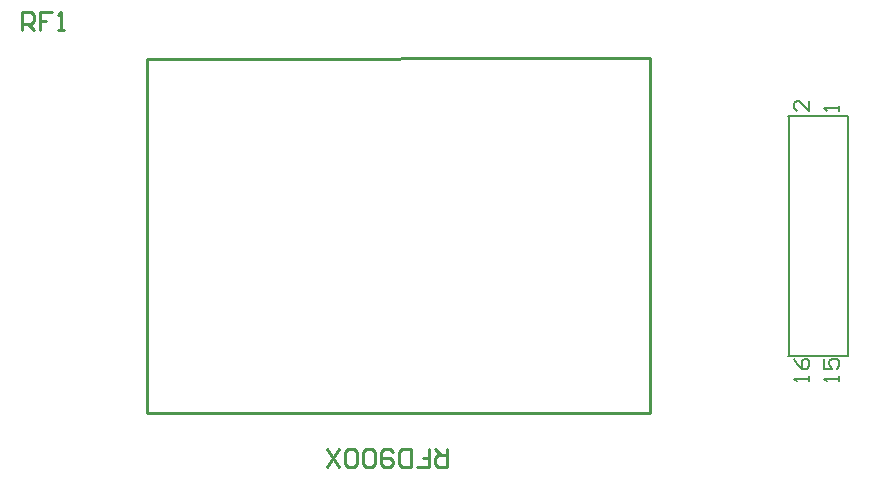
<source format=gto>
G04*
G04 #@! TF.GenerationSoftware,Altium Limited,Altium Designer,18.1.6 (161)*
G04*
G04 Layer_Color=65535*
%FSLAX25Y25*%
%MOIN*%
G70*
G01*
G75*
%ADD10C,0.01000*%
%ADD11C,0.00787*%
%ADD12C,0.00800*%
D10*
X2876Y52115D02*
X170374Y52294D01*
X2876Y-66084D02*
X170376D01*
Y52110D01*
X2876Y-66084D02*
Y52115D01*
X-38719Y61558D02*
Y67556D01*
X-35720D01*
X-34720Y66556D01*
Y64557D01*
X-35720Y63557D01*
X-38719D01*
X-36720D02*
X-34720Y61558D01*
X-28722Y67556D02*
X-32721D01*
Y64557D01*
X-30721D01*
X-32721D01*
Y61558D01*
X-26723D02*
X-24723D01*
X-25723D01*
Y67556D01*
X-26723Y66556D01*
X103004Y-78028D02*
Y-84026D01*
X100005D01*
X99005Y-83026D01*
Y-81027D01*
X100005Y-80027D01*
X103004D01*
X101005D02*
X99005Y-78028D01*
X93007Y-84026D02*
X97006D01*
Y-81027D01*
X95007D01*
X97006D01*
Y-78028D01*
X91008Y-84026D02*
Y-78028D01*
X88009D01*
X87009Y-79027D01*
Y-83026D01*
X88009Y-84026D01*
X91008D01*
X85010Y-79027D02*
X84010Y-78028D01*
X82011D01*
X81011Y-79027D01*
Y-83026D01*
X82011Y-84026D01*
X84010D01*
X85010Y-83026D01*
Y-82026D01*
X84010Y-81027D01*
X81011D01*
X79012Y-83026D02*
X78012Y-84026D01*
X76013D01*
X75013Y-83026D01*
Y-79027D01*
X76013Y-78028D01*
X78012D01*
X79012Y-79027D01*
Y-83026D01*
X73014D02*
X72014Y-84026D01*
X70015D01*
X69015Y-83026D01*
Y-79027D01*
X70015Y-78028D01*
X72014D01*
X73014Y-79027D01*
Y-83026D01*
X67016Y-84026D02*
X63017Y-78028D01*
Y-84026D02*
X67016Y-78028D01*
D11*
X216701Y-46947D02*
X236701D01*
X216701Y33053D02*
X236701D01*
Y-46947D02*
Y33053D01*
X216776Y-46947D02*
Y33053D01*
D12*
X233701Y34720D02*
Y36387D01*
Y35554D01*
X228702D01*
X229536Y34720D01*
X223701Y38053D02*
Y34720D01*
X220369Y38053D01*
X219535D01*
X218702Y37220D01*
Y35554D01*
X219535Y34720D01*
X233701Y-55445D02*
Y-53779D01*
Y-54612D01*
X228702D01*
X229536Y-55445D01*
X228702Y-47947D02*
Y-51280D01*
X231202D01*
X230368Y-49613D01*
Y-48780D01*
X231202Y-47947D01*
X232868D01*
X233701Y-48780D01*
Y-50446D01*
X232868Y-51280D01*
X223701Y-55445D02*
Y-53779D01*
Y-54612D01*
X218702D01*
X219535Y-55445D01*
X218702Y-47947D02*
X219535Y-49613D01*
X221202Y-51280D01*
X222868D01*
X223701Y-50446D01*
Y-48780D01*
X222868Y-47947D01*
X222035D01*
X221202Y-48780D01*
Y-51280D01*
M02*

</source>
